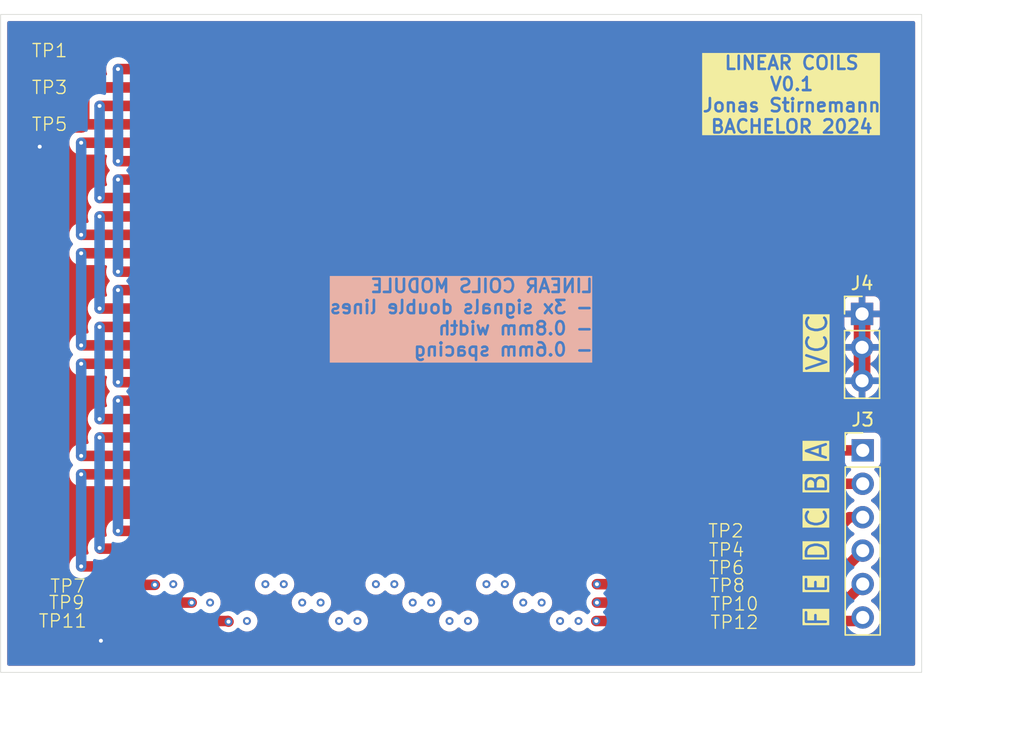
<source format=kicad_pcb>
(kicad_pcb (version 20240108) (generator "pcbnew") (generator_version "8.0")
  (title_block (date "2024-07-10"))
  (layers (0 "F.Cu" signal) (1 "In1.Cu" signal) (2 "In2.Cu" signal) (31 "B.Cu" signal) (34 "B.Paste" user) (35 "F.Paste" user) (36 "B.SilkS" user "B.Silkscreen") (37 "F.SilkS" user "F.Silkscreen") (38 "B.Mask" user) (39 "F.Mask" user) (44 "Edge.Cuts" user))
  (net 0 "")
  (net 1 "/D")
  (net 2 "/F")
  (net 3 "/A")
  (net 4 "/B")
  (net 5 "/E")
  (net 6 "/C")
  (net 7 "VCC")
  (net 8 "/COIL_A")
  (net 9 "/COIL_B")
  (net 10 "/COIL_C")
  (net 11 "/COIL_D")
  (net 12 "/COIL_E")
  (net 13 "/COIL_F")
  (footprint "pads_dual:pads_dual" (layer "F.Cu") (at 123.55 75.15 180)
    (property "Reference" "TP4" (at -3.5 -0.1 0) (layer "F.SilkS") (effects (font (thickness 0.1))))
    (property "Value" "TestPoint_2Pole")
    (pad "1" smd rect (at -1 0 180) (size 2 0.8) (property pad_prop_testpoint) (layers "F.Cu" "F.Paste" "F.Mask") (net 4 "/B"))
    (pad "2" smd rect (at 1 0 180) (size 2 0.8) (layers "F.Cu" "F.Paste" "F.Mask") (net 9 "/COIL_B"))
  )
  (footprint "pads_dual:pads_dual" (layer "F.Cu") (at 123.55 76.5 180)
    (property "Reference" "TP6" (at -3.5 -0.1 0) (layer "F.SilkS") (effects (font (thickness 0.1))))
    (property "Value" "TestPoint_2Pole")
    (pad "1" smd rect (at -1 0 180) (size 2 0.8) (property pad_prop_testpoint) (layers "F.Cu" "F.Paste" "F.Mask") (net 6 "/C"))
    (pad "2" smd rect (at 1 0 180) (size 2 0.8) (layers "F.Cu" "F.Paste" "F.Mask") (net 10 "/COIL_C"))
  )
  (footprint "Connector_PinHeader_2.54mm:PinHeader_1x03_P2.54mm_Vertical" (layer "F.Cu") (at 137.35 57.31)
    (property "Reference" "J4" (at 0 -2.33 0) (layer "F.SilkS"))
    (property "Value" "Conn_01x03_Pin")
    (fp_line (start -1.33 -1.33) (end 0 -1.33) (stroke (width 0.12)) (layer "F.SilkS"))
    (fp_line (start -1.33 0) (end -1.33 -1.33) (stroke (width 0.12)) (layer "F.SilkS"))
    (fp_line (start -1.33 1.27) (end -1.33 6.41) (stroke (width 0.12)) (layer "F.SilkS"))
    (fp_line (start -1.33 1.27) (end 1.33 1.27) (stroke (width 0.12)) (layer "F.SilkS"))
    (fp_line (start -1.33 6.41) (end 1.33 6.41) (stroke (width 0.12)) (layer "F.SilkS"))
    (fp_line (start 1.33 1.27) (end 1.33 6.41) (stroke (width 0.12)) (layer "F.SilkS"))
    (pad "1" thru_hole rect (at 0 0) (size 1.7 1.7) (drill 1) (layers "*.Cu" "*.Mask") (net 7 "VCC"))
    (pad "2" thru_hole oval (at 0 2.54) (size 1.7 1.7) (drill 1) (layers "*.Cu" "*.Mask") (net 7 "VCC"))
    (pad "3" thru_hole oval (at 0 5.08) (size 1.7 1.7) (drill 1) (layers "*.Cu" "*.Mask") (net 7 "VCC"))
  )
  (footprint "pads_dual:pads_dual" (layer "F.Cu") (at 79 40.1)
    (property "Reference" "TP3" (at -3.4 0 0) (layer "F.SilkS") (effects (font (thickness 0.1))))
    (property "Value" "TestPoint_2Pole")
    (pad "1" smd rect (at -1 0) (size 2 0.8) (property pad_prop_testpoint) (layers "F.Cu" "F.Paste" "F.Mask") (net 7 "VCC"))
    (pad "2" smd rect (at 1 0) (size 2 0.8) (layers "F.Cu" "F.Paste" "F.Mask") (net 9 "/COIL_B"))
  )
  (footprint "pads_dual:pads_dual" (layer "F.Cu") (at 80.5 79.25)
    (property "Reference" "TP9" (at -3.6 0 0) (layer "F.SilkS") (effects (font (thickness 0.1))))
    (property "Value" "TestPoint_2Pole")
    (pad "1" smd rect (at -1 0) (size 2 0.8) (property pad_prop_testpoint) (layers "F.Cu" "F.Paste" "F.Mask") (net 7 "VCC"))
    (pad "2" smd rect (at 1 0) (size 2 0.8) (layers "F.Cu" "F.Paste" "F.Mask") (net 12 "/COIL_E"))
  )
  (footprint "pads_dual:pads_dual" (layer "F.Cu") (at 80.5 80.65)
    (property "Reference" "TP11" (at -3.9 0 0) (layer "F.SilkS") (effects (font (thickness 0.1))))
    (property "Value" "TestPoint_2Pole")
    (pad "1" smd rect (at -1 0) (size 2 0.8) (property pad_prop_testpoint) (layers "F.Cu" "F.Paste" "F.Mask") (net 7 "VCC"))
    (pad "2" smd rect (at 1 0) (size 2 0.8) (layers "F.Cu" "F.Paste" "F.Mask") (net 13 "/COIL_F"))
  )
  (footprint "Connector_PinHeader_2.54mm:PinHeader_1x06_P2.54mm_Vertical" (layer "F.Cu") (at 137.4 67.68)
    (property "Reference" "J3" (at 0 -2.33 0) (layer "F.SilkS"))
    (property "Value" "Conn_01x06_Pin")
    (fp_line (start -1.33 -1.33) (end 0 -1.33) (stroke (width 0.12)) (layer "F.SilkS"))
    (fp_line (start -1.33 0) (end -1.33 -1.33) (stroke (width 0.12)) (layer "F.SilkS"))
    (fp_line (start -1.33 1.27) (end -1.33 14.03) (stroke (width 0.12)) (layer "F.SilkS"))
    (fp_line (start -1.33 1.27) (end 1.33 1.27) (stroke (width 0.12)) (layer "F.SilkS"))
    (fp_line (start -1.33 14.03) (end 1.33 14.03) (stroke (width 0.12)) (layer "F.SilkS"))
    (fp_line (start 1.33 1.27) (end 1.33 14.03) (stroke (width 0.12)) (layer "F.SilkS"))
    (pad "1" thru_hole rect (at 0 0) (size 1.7 1.7) (drill 1) (layers "*.Cu" "*.Mask") (net 3 "/A"))
    (pad "2" thru_hole oval (at 0 2.54) (size 1.7 1.7) (drill 1) (layers "*.Cu" "*.Mask") (net 4 "/B"))
    (pad "3" thru_hole oval (at 0 5.08) (size 1.7 1.7) (drill 1) (layers "*.Cu" "*.Mask") (net 6 "/C"))
    (pad "4" thru_hole oval (at 0 7.62) (size 1.7 1.7) (drill 1) (layers "*.Cu" "*.Mask") (net 1 "/D"))
    (pad "5" thru_hole oval (at 0 10.16) (size 1.7 1.7) (drill 1) (layers "*.Cu" "*.Mask") (net 5 "/E"))
    (pad "6" thru_hole oval (at 0 12.7) (size 1.7 1.7) (drill 1) (layers "*.Cu" "*.Mask") (net 2 "/F"))
  )
  (footprint "pads_dual:pads_dual" (layer "F.Cu") (at 80.5 77.9)
    (property "Reference" "TP7" (at -3.5 0.1 0) (layer "F.SilkS") (effects (font (thickness 0.1))))
    (property "Value" "TestPoint_2Pole")
    (pad "1" smd rect (at -1 0) (size 2 0.8) (property pad_prop_testpoint) (layers "F.Cu" "F.Paste" "F.Mask") (net 7 "VCC"))
    (pad "2" smd rect (at 1 0) (size 2 0.8) (layers "F.Cu" "F.Paste" "F.Mask") (net 11 "/COIL_D"))
  )
  (footprint "pads_dual:pads_dual" (layer "F.Cu") (at 123.55 79.25 180)
    (property "Reference" "TP10" (at -4.1 -0.1 0) (layer "F.SilkS") (effects (font (thickness 0.1))))
    (property "Value" "TestPoint_2Pole")
    (pad "1" smd rect (at -1 0 180) (size 2 0.8) (property pad_prop_testpoint) (layers "F.Cu" "F.Paste" "F.Mask") (net 5 "/E"))
    (pad "2" smd rect (at 1 0 180) (size 2 0.8) (layers "F.Cu" "F.Paste" "F.Mask") (net 12 "/COIL_E"))
  )
  (footprint "pads_dual:pads_dual" (layer "F.Cu") (at 79 42.9)
    (property "Reference" "TP5" (at -3.4 0 0) (layer "F.SilkS") (effects (font (thickness 0.1))))
    (property "Value" "TestPoint_2Pole")
    (pad "1" smd rect (at -1 0) (size 2 0.8) (property pad_prop_testpoint) (layers "F.Cu" "F.Paste" "F.Mask") (net 7 "VCC"))
    (pad "2" smd rect (at 1 0) (size 2 0.8) (layers "F.Cu" "F.Paste" "F.Mask") (net 10 "/COIL_C"))
  )
  (footprint "pads_dual:pads_dual" (layer "F.Cu") (at 79 37.3)
    (property "Reference" "TP1" (at -3.4 0 0) (layer "F.SilkS") (effects (font (thickness 0.1))))
    (property "Value" "TestPoint_2Pole")
    (pad "1" smd rect (at -1 0) (size 2 0.8) (property pad_prop_testpoint) (layers "F.Cu" "F.Paste" "F.Mask") (net 7 "VCC"))
    (pad "2" smd rect (at 1 0) (size 2 0.8) (layers "F.Cu" "F.Paste" "F.Mask") (net 8 "/COIL_A"))
  )
  (footprint "pads_dual:pads_dual" (layer "F.Cu") (at 123.5 73.8 180)
    (property "Reference" "TP2" (at -3.5 0 0) (layer "F.SilkS") (effects (font (thickness 0.1))))
    (property "Value" "TestPoint_2Pole")
    (pad "1" smd rect (at -1 0 180) (size 2 0.8) (property pad_prop_testpoint) (layers "F.Cu" "F.Paste" "F.Mask") (net 3 "/A"))
    (pad "2" smd rect (at 1 0 180) (size 2 0.8) (layers "F.Cu" "F.Paste" "F.Mask") (net 8 "/COIL_A"))
  )
  (footprint "pads_dual:pads_dual" (layer "F.Cu") (at 123.55 77.85 180)
    (property "Reference" "TP8" (at -3.55 -0.1 0) (layer "F.SilkS") (effects (font (thickness 0.1))))
    (property "Value" "TestPoint_2Pole")
    (pad "1" smd rect (at -1 0 180) (size 2 0.8) (property pad_prop_testpoint) (layers "F.Cu" "F.Paste" "F.Mask") (net 1 "/D"))
    (pad "2" smd rect (at 1 0 180) (size 2 0.8) (layers "F.Cu" "F.Paste" "F.Mask") (net 11 "/COIL_D"))
  )
  (footprint "pads_dual:pads_dual" (layer "F.Cu") (at 123.55 80.65 180)
    (property "Reference" "TP12" (at -4.1 -0.1 0) (layer "F.SilkS") (effects (font (thickness 0.1))))
    (property "Value" "TestPoint_2Pole")
    (pad "1" smd rect (at -1 0 180) (size 2 0.8) (property pad_prop_testpoint) (layers "F.Cu" "F.Paste" "F.Mask") (net 2 "/F"))
    (pad "2" smd rect (at 1 0 180) (size 2 0.8) (layers "F.Cu" "F.Paste" "F.Mask") (net 13 "/COIL_F"))
  )
  (gr_rect (start 71.882 34.552) (end 141.882 84.552) (stroke (width 0.05)) (fill none) (layer "Edge.Cuts"))
  (gr_text "LINEAR COILS MODULE\n- 3x signals double lines\n- 0.8mm width\n- 0.6mm spacing" (at 117 57.6 0) (layer "B.SilkS" knockout) (effects (font (size 1 1) (thickness 0.2) (bold yes)) (justify left mirror)))
  (gr_text "E" (at 133.907 77.868 90) (layer "F.SilkS" knockout) (effects (font (size 1.5 1.5) (thickness 0.2))))
  (gr_text "B" (at 133.907 70.218 90) (layer "F.SilkS" knockout) (effects (font (size 1.5 1.5) (thickness 0.2))))
  (gr_text "LINEAR COILS\nV0.1\nJonas Stirnemann\nBACHELOR 2024\n" (at 132 40.65 0) (layer "F.SilkS" knockout) (effects (font (size 1 1) (thickness 0.2) (bold yes))))
  (gr_text "VCC" (at 133.932 59.458 90) (layer "F.SilkS" knockout) (effects (font (size 1.5 1.5) (thickness 0.2))))
  (gr_text "C" (at 133.907 72.818 90) (layer "F.SilkS" knockout) (effects (font (size 1.5 1.5) (thickness 0.2))))
  (gr_text "F" (at 133.907 80.418 90) (layer "F.SilkS" knockout) (effects (font (size 1.5 1.5) (thickness 0.2))))
  (gr_text "A" (at 133.907 67.718 90) (layer "F.SilkS" knockout) (effects (font (size 1.5 1.5) (thickness 0.2))))
  (gr_text "D" (at 133.907 75.318 90) (layer "F.SilkS" knockout) (effects (font (size 1.5 1.5) (thickness 0.2))))
  (segment (start 134.85 77.85) (end 124.55 77.85) (width 0.8) (layer "F.Cu") (net 1))
  (segment (start 137.4 75.3) (end 134.85 77.85) (width 0.8) (layer "F.Cu") (net 1))
  (segment (start 137.4 80.38) (end 137.13 80.65) (width 0.8) (layer "F.Cu") (net 2))
  (segment (start 137.13 80.65) (end 124.55 80.65) (width 0.8) (layer "F.Cu") (net 2))
  (segment (start 129.35 73.8) (end 135.47 67.68) (width 0.8) (layer "F.Cu") (net 3))
  (segment (start 135.47 67.68) (end 137.4 67.68) (width 0.8) (layer "F.Cu") (net 3))
  (segment (start 124.5 73.8) (end 129.35 73.8) (width 0.8) (layer "F.Cu") (net 3))
  (segment (start 137.4 70.22) (end 135.48 70.22) (width 0.8) (layer "F.Cu") (net 4))
  (segment (start 130.55 75.15) (end 124.55 75.15) (width 0.8) (layer "F.Cu") (net 4))
  (segment (start 135.48 70.22) (end 130.55 75.15) (width 0.8) (layer "F.Cu") (net 4))
  (segment (start 135.99 79.25) (end 124.55 79.25) (width 0.8) (layer "F.Cu") (net 5))
  (segment (start 137.4 77.84) (end 135.99 79.25) (width 0.8) (layer "F.Cu") (net 5))
  (segment (start 136.39 72.76) (end 132.65 76.5) (width 0.8) (layer "F.Cu") (net 6))
  (segment (start 137.4 72.76) (end 136.39 72.76) (width 0.8) (layer "F.Cu") (net 6))
  (segment (start 132.65 76.5) (end 124.55 76.5) (width 0.8) (layer "F.Cu") (net 6))
  (segment (start 137.35 57.31) (end 137.35 62.39) (width 1.27) (layer "F.Cu") (net 7))
  (segment (start 74.85 42.9) (end 74.85 44.6) (width 1.27) (layer "F.Cu") (net 7))
  (segment (start 78 37.3) (end 78 42.9) (width 1.27) (layer "F.Cu") (net 7))
  (segment (start 78 42.9) (end 74.85 42.9) (width 1.27) (layer "F.Cu") (net 7))
  (segment (start 79.5 77.9) (end 79.5 80.65) (width 1.27) (layer "F.Cu") (net 7))
  (segment (start 79.5 80.65) (end 79.5 82.15) (width 1.27) (layer "F.Cu") (net 7))
  (via (at 74.85 44.6) (size 0.6) (drill 0.3) (layers "F.Cu" "B.Cu") (net 7))
  (via (at 79.5 82.15) (size 0.6) (drill 0.3) (layers "F.Cu" "B.Cu") (net 7))
  (segment (start 80.8 54.1) (end 121.9 54.1) (width 0.8) (layer "F.Cu") (net 8))
  (segment (start 121.9 54.1) (end 121.9 55.5) (width 0.8) (layer "F.Cu") (net 8))
  (segment (start 81 37.3) (end 121.9 37.3) (width 0.8) (layer "F.Cu") (net 8))
  (segment (start 121.9 62.5) (end 121.9 63.9) (width 0.8) (layer "F.Cu") (net 8))
  (segment (start 121.9 38.7) (end 80.8 38.7) (width 0.8) (layer "F.Cu") (net 8))
  (segment (start 121.9 47.1) (end 80.8 47.1) (width 0.8) (layer "F.Cu") (net 8))
  (segment (start 80.8 62.5) (end 121.9 62.5) (width 0.8) (layer "F.Cu") (net 8))
  (segment (start 121.9 63.9) (end 80.8 63.9) (width 0.8) (layer "F.Cu") (net 8))
  (segment (start 121.9 45.7) (end 121.9 47.1) (width 0.8) (layer "F.Cu") (net 8))
  (segment (start 80.8 73.8) (end 122.5 73.8) (width 0.8) (layer "F.Cu") (net 8))
  (segment (start 121.9 37.3) (end 121.9 38.7) (width 0.8) (layer "F.Cu") (net 8))
  (segment (start 80.8 45.7) (end 121.9 45.7) (width 0.8) (layer "F.Cu") (net 8))
  (segment (start 121.9 55.5) (end 80.8 55.5) (width 0.8) (layer "F.Cu") (net 8))
  (via (at 80.8 73.8) (size 0.6) (drill 0.3) (layers "F.Cu" "B.Cu") (net 8))
  (via (at 80.8 54.1) (size 0.6) (drill 0.3) (layers "F.Cu" "B.Cu") (net 8))
  (via (at 80.8 63.9) (size 0.6) (drill 0.3) (layers "F.Cu" "B.Cu") (net 8))
  (via (at 80.8 55.5) (size 0.6) (drill 0.3) (layers "F.Cu" "B.Cu") (net 8))
  (via (at 80.8 38.7) (size 0.6) (drill 0.3) (layers "F.Cu" "B.Cu") (net 8))
  (via (at 80.8 47.1) (size 0.6) (drill 0.3) (layers "F.Cu" "B.Cu") (net 8))
  (via (at 80.8 45.7) (size 0.6) (drill 0.3) (layers "F.Cu" "B.Cu") (net 8))
  (via (at 80.8 62.5) (size 0.6) (drill 0.3) (layers "F.Cu" "B.Cu") (net 8))
  (segment (start 80.8 38.7) (end 80.8 45.7) (width 0.8) (layer "B.Cu") (net 8))
  (segment (start 80.8 55.5) (end 80.8 62.5) (width 0.8) (layer "B.Cu") (net 8))
  (segment (start 80.8 63.9) (end 80.8 73.8) (width 0.8) (layer "B.Cu") (net 8))
  (segment (start 80.8 47.1) (end 80.8 54.1) (width 0.8) (layer "B.Cu") (net 8))
  (segment (start 79.4 65.3) (end 121.9 65.3) (width 0.8) (layer "F.Cu") (net 9))
  (segment (start 80 40.1) (end 121.9 40.1) (width 0.8) (layer "F.Cu") (net 9))
  (segment (start 79.4 56.9) (end 121.9 56.9) (width 0.8) (layer "F.Cu") (net 9))
  (segment (start 79.4 75.1) (end 79.45 75.15) (width 0.8) (layer "F.Cu") (net 9))
  (segment (start 121.9 49.9) (end 79.4 49.9) (width 0.8) (layer "F.Cu") (net 9))
  (segment (start 121.9 65.3) (end 121.9 66.7) (width 0.8) (layer "F.Cu") (net 9))
  (segment (start 121.9 58.3) (end 79.4 58.3) (width 0.8) (layer "F.Cu") (net 9))
  (segment (start 79.4 48.5) (end 121.9 48.5) (width 0.8) (layer "F.Cu") (net 9))
  (segment (start 121.9 66.7) (end 79.4 66.7) (width 0.8) (layer "F.Cu") (net 9))
  (segment (start 121.9 56.9) (end 121.9 58.3) (width 0.8) (layer "F.Cu") (net 9))
  (segment (start 121.9 41.5) (end 79.4 41.5) (width 0.8) (layer "F.Cu") (net 9))
  (segment (start 121.9 40.1) (end 121.9 41.5) (width 0.8) (layer "F.Cu") (net 9))
  (segment (start 121.9 48.5) (end 121.9 49.9) (width 0.8) (layer "F.Cu") (net 9))
  (segment (start 79.45 75.15) (end 122.55 75.15) (width 0.8) (layer "F.Cu") (net 9))
  (via (at 79.4 58.3) (size 0.6) (drill 0.3) (layers "F.Cu" "B.Cu") (net 9))
  (via (at 79.4 48.5) (size 0.6) (drill 0.3) (layers "F.Cu" "B.Cu") (net 9))
  (via (at 79.4 75.1) (size 0.6) (drill 0.3) (layers "F.Cu" "B.Cu") (net 9))
  (via (at 79.4 66.7) (size 0.6) (drill 0.3) (layers "F.Cu" "B.Cu") (net 9))
  (via (at 79.4 65.3) (size 0.6) (drill 0.3) (layers "F.Cu" "B.Cu") (net 9))
  (via (at 79.4 56.9) (size 0.6) (drill 0.3) (layers "F.Cu" "B.Cu") (net 9))
  (via (at 79.4 49.9) (size 0.6) (drill 0.3) (layers "F.Cu" "B.Cu") (net 9))
  (via (at 79.4 41.5) (size 0.6) (drill 0.3) (layers "F.Cu" "B.Cu") (net 9))
  (segment (start 79.4 41.5) (end 79.4 48.5) (width 0.8) (layer "B.Cu") (net 9))
  (segment (start 79.4 58.3) (end 79.4 65.3) (width 0.8) (layer "B.Cu") (net 9))
  (segment (start 79.4 49.9) (end 79.4 56.9) (width 0.8) (layer "B.Cu") (net 9))
  (segment (start 79.4 66.7) (end 79.4 75.1) (width 0.8) (layer "B.Cu") (net 9))
  (segment (start 121.8 68.1) (end 78 68.1) (width 0.8) (layer "F.Cu") (net 10))
  (segment (start 78 52.7) (end 121.8 52.7) (width 0.8) (layer "F.Cu") (net 10))
  (segment (start 121.9 42.9) (end 121.9 44.3) (width 0.8) (layer "F.Cu") (net 10))
  (segment (start 121.8 68.1) (end 121.8 69.5) (width 0.8) (layer "F.Cu") (net 10))
  (segment (start 121.8 59.7) (end 78 59.7) (width 0.8) (layer "F.Cu") (net 10))
  (segment (start 121.8 61) (end 121.7 61.1) (width 0.8) (layer "F.Cu") (net 10))
  (segment (start 78 44.3) (end 121.9 44.3) (width 0.8) (layer "F.Cu") (net 10))
  (segment (start 78 61.1) (end 121.7 61.1) (width 0.8) (layer "F.Cu") (net 10))
  (segment (start 121.8 51.3) (end 121.8 52.7) (width 0.8) (layer "F.Cu") (net 10))
  (segment (start 78 69.5) (end 121.8 69.5) (width 0.8) (layer "F.Cu") (net 10))
  (segment (start 78 76.5) (end 122.55 76.5) (width 0.8) (layer "F.Cu") (net 10))
  (segment (start 121.8 51.3) (end 78 51.3) (width 0.8) (layer "F.Cu") (net 10))
  (segment (start 121.9 42.9) (end 81 42.9) (width 0.8) (layer "F.Cu") (net 10))
  (segment (start 121.8 59.7) (end 121.8 61) (width 0.8) (layer "F.Cu") (net 10))
  (via (at 78 69.5) (size 0.6) (drill 0.3) (layers "F.Cu" "B.Cu") (net 10))
  (via (at 78 52.7) (size 0.6) (drill 0.3) (layers "F.Cu" "B.Cu") (net 10))
  (via (at 78 59.7) (size 0.6) (drill 0.3) (layers "F.Cu" "B.Cu") (net 10))
  (via (at 78 76.5) (size 0.6) (drill 0.3) (layers "F.Cu" "B.Cu") (net 10))
  (via (at 78 51.3) (size 0.6) (drill 0.3) (layers "F.Cu" "B.Cu") (net 10))
  (via (at 78 61.1) (size 0.6) (drill 0.3) (layers "F.Cu" "B.Cu") (net 10))
  (via (at 78 68.1) (size 0.6) (drill 0.3) (layers "F.Cu" "B.Cu") (net 10))
  (via (at 78 44.3) (size 0.6) (drill 0.3) (layers "F.Cu" "B.Cu") (net 10))
  (segment (start 78 44.3) (end 78 51.3) (width 0.8) (layer "B.Cu") (net 10))
  (segment (start 78 52.7) (end 78 59.7) (width 0.8) (layer "B.Cu") (net 10))
  (segment (start 78 61.1) (end 78 68.1) (width 0.8) (layer "B.Cu") (net 10))
  (segment (start 78 69.5) (end 78 76.5) (width 0.8) (layer "B.Cu") (net 10))
  (segment (start 81.5 77.9) (end 83.6 77.9) (width 0.8) (layer "F.Cu") (net 11))
  (segment (start 117.2 77.85) (end 122.55 77.85) (width 0.8) (layer "F.Cu") (net 11))
  (via (at 85 77.85) (size 0.6) (drill 0.3) (layers "F.Cu" "B.Cu") (net 11))
  (via (at 117.2 77.85) (size 0.6) (drill 0.3) (layers "F.Cu" "B.Cu") (net 11))
  (via (at 110.2 77.85) (size 0.6) (drill 0.3) (layers "F.Cu" "B.Cu") (net 11))
  (via (at 93.4 77.85) (size 0.6) (drill 0.3) (layers "F.Cu" "B.Cu") (net 11))
  (via (at 101.8 77.85) (size 0.6) (drill 0.3) (layers "F.Cu" "B.Cu") (net 11))
  (via (at 83.6 77.9) (size 0.6) (drill 0.3) (layers "F.Cu" "B.Cu") (net 11))
  (via (at 108.8 77.85) (size 0.6) (drill 0.3) (layers "F.Cu" "B.Cu") (net 11))
  (via (at 100.4 77.85) (size 0.6) (drill 0.3) (layers "F.Cu" "B.Cu") (net 11))
  (via (at 92 77.85) (size 0.6) (drill 0.3) (layers "F.Cu" "B.Cu") (net 11))
  (segment (start 81.5 79.25) (end 86.4 79.25) (width 0.8) (layer "F.Cu") (net 12))
  (segment (start 117.2 79.25) (end 122.55 79.25) (width 0.8) (layer "F.Cu") (net 12))
  (via (at 117.2 79.25) (size 0.6) (drill 0.3) (layers "F.Cu" "B.Cu") (net 12))
  (via (at 96.2 79.25) (size 0.6) (drill 0.3) (layers "F.Cu" "B.Cu") (net 12))
  (via (at 113 79.25) (size 0.6) (drill 0.3) (layers "F.Cu" "B.Cu") (net 12))
  (via (at 86.4 79.25) (size 0.6) (drill 0.3) (layers "F.Cu" "B.Cu") (net 12))
  (via (at 103.2 79.25) (size 0.6) (drill 0.3) (layers "F.Cu" "B.Cu") (net 12))
  (via (at 94.8 79.25) (size 0.6) (drill 0.3) (layers "F.Cu" "B.Cu") (net 12))
  (via (at 111.6 79.25) (size 0.6) (drill 0.3) (layers "F.Cu" "B.Cu") (net 12))
  (via (at 104.6 79.25) (size 0.6) (drill 0.3) (layers "F.Cu" "B.Cu") (net 12))
  (via (at 87.8 79.25) (size 0.6) (drill 0.3) (layers "F.Cu" "B.Cu") (net 12))
  (segment (start 117.15 80.65) (end 122.55 80.65) (width 0.8) (layer "F.Cu") (net 13))
  (segment (start 89.15 80.65) (end 89.2 80.7) (width 0.8) (layer "F.Cu") (net 13))
  (segment (start 81.5 80.65) (end 89.15 80.65) (width 0.8) (layer "F.Cu") (net 13))
  (via (at 99 80.65) (size 0.6) (drill 0.3) (layers "F.Cu" "B.Cu") (net 13))
  (via (at 107.4 80.65) (size 0.6) (drill 0.3) (layers "F.Cu" "B.Cu") (net 13))
  (via (at 106 80.65) (size 0.6) (drill 0.3) (layers "F.Cu" "B.Cu") (net 13))
  (via (at 97.6 80.65) (size 0.6) (drill 0.3) (layers "F.Cu" "B.Cu") (net 13))
  (via (at 90.6 80.65) (size 0.6) (drill 0.3) (layers "F.Cu" "B.Cu") (net 13))
  (via (at 89.2 80.7) (size 0.6) (drill 0.3) (layers "F.Cu" "B.Cu") (net 13))
  (via (at 114.4 80.65) (size 0.6) (drill 0.3) (layers "F.Cu" "B.Cu") (net 13))
  (via (at 117.15 80.65) (size 0.6) (drill 0.3) (layers "F.Cu" "B.Cu") (net 13))
  (via (at 115.8 80.65) (size 0.6) (drill 0.3) (layers "F.Cu" "B.Cu") (net 13))
  (zone (net 7) (net_name "VCC") (layers "F.Cu" "In1.Cu" "In2.Cu" "B.Cu") (connect_pads (clearance 0.5)) (min_thickness 0.25) (fill yes (thermal_gap 0.5) (thermal_bridge_width 0.5) (island_removal_mode 1) (island_area_min 10))
    (polygon (pts (xy 72.382 35.052) (xy 141.382 35.052) (xy 141.382 84.052) (xy 72.382 84.052)))
  )
)
</source>
